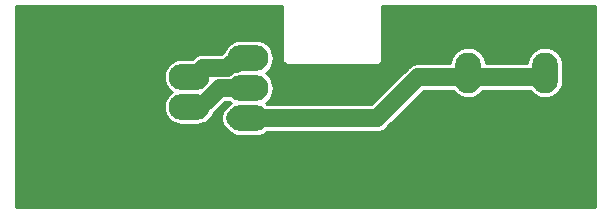
<source format=gbr>
%TF.GenerationSoftware,KiCad,Pcbnew,(5.1.6)-1*%
%TF.CreationDate,2024-07-21T17:41:17-05:00*%
%TF.ProjectId,ui_board,75695f62-6f61-4726-942e-6b696361645f,rev?*%
%TF.SameCoordinates,PX2d4cae0PY66ff300*%
%TF.FileFunction,Copper,L2,Bot*%
%TF.FilePolarity,Positive*%
%FSLAX46Y46*%
G04 Gerber Fmt 4.6, Leading zero omitted, Abs format (unit mm)*
G04 Created by KiCad (PCBNEW (5.1.6)-1) date 2024-07-21 17:41:17*
%MOMM*%
%LPD*%
G01*
G04 APERTURE LIST*
%TA.AperFunction,ComponentPad*%
%ADD10O,3.470000X2.200000*%
%TD*%
%TA.AperFunction,ComponentPad*%
%ADD11O,2.200000X3.470000*%
%TD*%
%TA.AperFunction,Conductor*%
%ADD12C,1.500000*%
%TD*%
%TA.AperFunction,Conductor*%
%ADD13C,0.250000*%
%TD*%
G04 APERTURE END LIST*
D10*
%TO.P,J1,1*%
%TO.N,GND*%
X20135000Y5500000D03*
%TO.P,J1,2*%
%TO.N,BUTTON*%
X20135000Y8040000D03*
%TO.P,J1,3*%
%TO.N,LED*%
X20135000Y10580000D03*
%TO.P,J1,4*%
%TO.N,+3V3*%
X20135000Y13120000D03*
%TD*%
%TO.P,J2,1*%
%TO.N,GND*%
X15135000Y6460000D03*
%TO.P,J2,2*%
%TO.N,LED*%
X15135000Y9000000D03*
%TO.P,J2,3*%
%TO.N,+3V3*%
X15135000Y11540000D03*
%TD*%
D11*
%TO.P,SW1,2*%
%TO.N,GND*%
X38750000Y6115000D03*
%TO.P,SW1,1*%
%TO.N,BUTTON*%
X38750000Y11885000D03*
%TO.P,SW1,2*%
%TO.N,GND*%
X45250000Y6115000D03*
%TO.P,SW1,1*%
%TO.N,BUTTON*%
X45250000Y11885000D03*
%TD*%
D12*
%TO.N,BUTTON*%
X19000000Y8040000D02*
X26040000Y8040000D01*
X26040000Y8040000D02*
X31040000Y8040000D01*
X31040000Y8040000D02*
X34500000Y11500000D01*
X34500000Y11500000D02*
X45500000Y11500000D01*
%TO.N,LED*%
X15500000Y9000000D02*
X14500000Y9000000D01*
X17709151Y10580000D02*
X16629151Y9500000D01*
X19500000Y10580000D02*
X17709151Y10580000D01*
%TO.N,+3V3*%
X19500000Y13120000D02*
X19500000Y13000000D01*
X19130010Y12630010D02*
X18650859Y12630010D01*
X19500000Y13000000D02*
X19130010Y12630010D01*
X18300859Y12280010D02*
X16280010Y12280010D01*
X18650859Y12630010D02*
X18300859Y12280010D01*
%TD*%
D13*
%TO.N,GND*%
G36*
X23025000Y13023332D02*
G01*
X23022702Y13000000D01*
X23031873Y12906884D01*
X23059034Y12817346D01*
X23084522Y12769661D01*
X23103141Y12734827D01*
X23162499Y12662499D01*
X23234827Y12603141D01*
X23317346Y12559034D01*
X23406884Y12531873D01*
X23500000Y12522702D01*
X23523332Y12525000D01*
X30976668Y12525000D01*
X31000000Y12522702D01*
X31023332Y12525000D01*
X31093116Y12531873D01*
X31182654Y12559034D01*
X31265173Y12603141D01*
X31337501Y12662499D01*
X31396859Y12734827D01*
X31440966Y12817346D01*
X31468127Y12906884D01*
X31477298Y13000000D01*
X31475000Y13023332D01*
X31475000Y17525000D01*
X49525001Y17525000D01*
X49525000Y475000D01*
X475000Y475000D01*
X475000Y11540000D01*
X12967622Y11540000D01*
X12997066Y11241048D01*
X13084267Y10953584D01*
X13225874Y10688656D01*
X13416445Y10456445D01*
X13643628Y10270000D01*
X13416445Y10083555D01*
X13225874Y9851344D01*
X13084267Y9586416D01*
X12997066Y9298952D01*
X12967622Y9000000D01*
X12997066Y8701048D01*
X13084267Y8413584D01*
X13225874Y8148656D01*
X13416445Y7916445D01*
X13648656Y7725874D01*
X13913584Y7584267D01*
X14201048Y7497066D01*
X14425089Y7475000D01*
X15844911Y7475000D01*
X16068952Y7497066D01*
X16356416Y7584267D01*
X16621344Y7725874D01*
X16853555Y7916445D01*
X17044126Y8148656D01*
X17185733Y8413584D01*
X17204414Y8475167D01*
X17285104Y8518297D01*
X17419187Y8628336D01*
X18195852Y9405000D01*
X18527871Y9405000D01*
X18643628Y9310000D01*
X18416445Y9123555D01*
X18309775Y8993578D01*
X18165130Y8874870D01*
X18018296Y8695953D01*
X17909189Y8491829D01*
X17842002Y8270340D01*
X17819315Y8040000D01*
X17842002Y7809660D01*
X17909189Y7588171D01*
X18018296Y7384047D01*
X18165130Y7205130D01*
X18309775Y7086422D01*
X18416445Y6956445D01*
X18648656Y6765874D01*
X18913584Y6624267D01*
X19201048Y6537066D01*
X19425089Y6515000D01*
X20844911Y6515000D01*
X21068952Y6537066D01*
X21356416Y6624267D01*
X21621344Y6765874D01*
X21742129Y6865000D01*
X30982288Y6865000D01*
X31040000Y6859316D01*
X31097712Y6865000D01*
X31097720Y6865000D01*
X31270340Y6882002D01*
X31491829Y6949189D01*
X31695953Y7058296D01*
X31874870Y7205130D01*
X31911666Y7249966D01*
X34986701Y10325000D01*
X37536323Y10325000D01*
X37666446Y10166445D01*
X37898657Y9975874D01*
X38163585Y9834267D01*
X38451049Y9747066D01*
X38750000Y9717622D01*
X39048952Y9747066D01*
X39336416Y9834267D01*
X39601344Y9975874D01*
X39833555Y10166445D01*
X39963678Y10325000D01*
X44036323Y10325000D01*
X44166446Y10166445D01*
X44398657Y9975874D01*
X44663585Y9834267D01*
X44951049Y9747066D01*
X45250000Y9717622D01*
X45548952Y9747066D01*
X45836416Y9834267D01*
X46101344Y9975874D01*
X46333555Y10166445D01*
X46524126Y10398656D01*
X46665733Y10663584D01*
X46752934Y10951048D01*
X46775000Y11175089D01*
X46775000Y12594911D01*
X46752934Y12818952D01*
X46665733Y13106416D01*
X46524126Y13371344D01*
X46333555Y13603555D01*
X46101343Y13794126D01*
X45836415Y13935733D01*
X45548951Y14022934D01*
X45250000Y14052378D01*
X44951048Y14022934D01*
X44663584Y13935733D01*
X44398656Y13794126D01*
X44166445Y13603555D01*
X43975874Y13371343D01*
X43834267Y13106415D01*
X43747066Y12818951D01*
X43732888Y12675000D01*
X40267112Y12675000D01*
X40252934Y12818952D01*
X40165733Y13106416D01*
X40024126Y13371344D01*
X39833555Y13603555D01*
X39601343Y13794126D01*
X39336415Y13935733D01*
X39048951Y14022934D01*
X38750000Y14052378D01*
X38451048Y14022934D01*
X38163584Y13935733D01*
X37898656Y13794126D01*
X37666445Y13603555D01*
X37475874Y13371343D01*
X37334267Y13106415D01*
X37247066Y12818951D01*
X37232888Y12675000D01*
X34557712Y12675000D01*
X34500000Y12680684D01*
X34442288Y12675000D01*
X34442280Y12675000D01*
X34289205Y12659923D01*
X34269659Y12657998D01*
X34156115Y12623555D01*
X34048171Y12590811D01*
X33844047Y12481704D01*
X33844045Y12481703D01*
X33844046Y12481703D01*
X33744089Y12399670D01*
X33665130Y12334870D01*
X33628338Y12290039D01*
X30553300Y9215000D01*
X21742129Y9215000D01*
X21626372Y9310000D01*
X21853555Y9496445D01*
X22044126Y9728656D01*
X22185733Y9993584D01*
X22272934Y10281048D01*
X22302378Y10580000D01*
X22272934Y10878952D01*
X22185733Y11166416D01*
X22044126Y11431344D01*
X21853555Y11663555D01*
X21626372Y11850000D01*
X21853555Y12036445D01*
X22044126Y12268656D01*
X22185733Y12533584D01*
X22272934Y12821048D01*
X22302378Y13120000D01*
X22272934Y13418952D01*
X22185733Y13706416D01*
X22044126Y13971344D01*
X21853555Y14203555D01*
X21621344Y14394126D01*
X21356416Y14535733D01*
X21068952Y14622934D01*
X20844911Y14645000D01*
X19425089Y14645000D01*
X19201048Y14622934D01*
X18913584Y14535733D01*
X18648656Y14394126D01*
X18416445Y14203555D01*
X18225874Y13971344D01*
X18084267Y13706416D01*
X18067273Y13650395D01*
X17994906Y13611714D01*
X17815989Y13464880D01*
X17807889Y13455010D01*
X16222290Y13455010D01*
X16049670Y13438008D01*
X15828181Y13370821D01*
X15624057Y13261714D01*
X15445140Y13114880D01*
X15404204Y13065000D01*
X14425089Y13065000D01*
X14201048Y13042934D01*
X13913584Y12955733D01*
X13648656Y12814126D01*
X13416445Y12623555D01*
X13225874Y12391344D01*
X13084267Y12126416D01*
X12997066Y11838952D01*
X12967622Y11540000D01*
X475000Y11540000D01*
X475000Y17525000D01*
X23025001Y17525000D01*
X23025000Y13023332D01*
G37*
X23025000Y13023332D02*
X23022702Y13000000D01*
X23031873Y12906884D01*
X23059034Y12817346D01*
X23084522Y12769661D01*
X23103141Y12734827D01*
X23162499Y12662499D01*
X23234827Y12603141D01*
X23317346Y12559034D01*
X23406884Y12531873D01*
X23500000Y12522702D01*
X23523332Y12525000D01*
X30976668Y12525000D01*
X31000000Y12522702D01*
X31023332Y12525000D01*
X31093116Y12531873D01*
X31182654Y12559034D01*
X31265173Y12603141D01*
X31337501Y12662499D01*
X31396859Y12734827D01*
X31440966Y12817346D01*
X31468127Y12906884D01*
X31477298Y13000000D01*
X31475000Y13023332D01*
X31475000Y17525000D01*
X49525001Y17525000D01*
X49525000Y475000D01*
X475000Y475000D01*
X475000Y11540000D01*
X12967622Y11540000D01*
X12997066Y11241048D01*
X13084267Y10953584D01*
X13225874Y10688656D01*
X13416445Y10456445D01*
X13643628Y10270000D01*
X13416445Y10083555D01*
X13225874Y9851344D01*
X13084267Y9586416D01*
X12997066Y9298952D01*
X12967622Y9000000D01*
X12997066Y8701048D01*
X13084267Y8413584D01*
X13225874Y8148656D01*
X13416445Y7916445D01*
X13648656Y7725874D01*
X13913584Y7584267D01*
X14201048Y7497066D01*
X14425089Y7475000D01*
X15844911Y7475000D01*
X16068952Y7497066D01*
X16356416Y7584267D01*
X16621344Y7725874D01*
X16853555Y7916445D01*
X17044126Y8148656D01*
X17185733Y8413584D01*
X17204414Y8475167D01*
X17285104Y8518297D01*
X17419187Y8628336D01*
X18195852Y9405000D01*
X18527871Y9405000D01*
X18643628Y9310000D01*
X18416445Y9123555D01*
X18309775Y8993578D01*
X18165130Y8874870D01*
X18018296Y8695953D01*
X17909189Y8491829D01*
X17842002Y8270340D01*
X17819315Y8040000D01*
X17842002Y7809660D01*
X17909189Y7588171D01*
X18018296Y7384047D01*
X18165130Y7205130D01*
X18309775Y7086422D01*
X18416445Y6956445D01*
X18648656Y6765874D01*
X18913584Y6624267D01*
X19201048Y6537066D01*
X19425089Y6515000D01*
X20844911Y6515000D01*
X21068952Y6537066D01*
X21356416Y6624267D01*
X21621344Y6765874D01*
X21742129Y6865000D01*
X30982288Y6865000D01*
X31040000Y6859316D01*
X31097712Y6865000D01*
X31097720Y6865000D01*
X31270340Y6882002D01*
X31491829Y6949189D01*
X31695953Y7058296D01*
X31874870Y7205130D01*
X31911666Y7249966D01*
X34986701Y10325000D01*
X37536323Y10325000D01*
X37666446Y10166445D01*
X37898657Y9975874D01*
X38163585Y9834267D01*
X38451049Y9747066D01*
X38750000Y9717622D01*
X39048952Y9747066D01*
X39336416Y9834267D01*
X39601344Y9975874D01*
X39833555Y10166445D01*
X39963678Y10325000D01*
X44036323Y10325000D01*
X44166446Y10166445D01*
X44398657Y9975874D01*
X44663585Y9834267D01*
X44951049Y9747066D01*
X45250000Y9717622D01*
X45548952Y9747066D01*
X45836416Y9834267D01*
X46101344Y9975874D01*
X46333555Y10166445D01*
X46524126Y10398656D01*
X46665733Y10663584D01*
X46752934Y10951048D01*
X46775000Y11175089D01*
X46775000Y12594911D01*
X46752934Y12818952D01*
X46665733Y13106416D01*
X46524126Y13371344D01*
X46333555Y13603555D01*
X46101343Y13794126D01*
X45836415Y13935733D01*
X45548951Y14022934D01*
X45250000Y14052378D01*
X44951048Y14022934D01*
X44663584Y13935733D01*
X44398656Y13794126D01*
X44166445Y13603555D01*
X43975874Y13371343D01*
X43834267Y13106415D01*
X43747066Y12818951D01*
X43732888Y12675000D01*
X40267112Y12675000D01*
X40252934Y12818952D01*
X40165733Y13106416D01*
X40024126Y13371344D01*
X39833555Y13603555D01*
X39601343Y13794126D01*
X39336415Y13935733D01*
X39048951Y14022934D01*
X38750000Y14052378D01*
X38451048Y14022934D01*
X38163584Y13935733D01*
X37898656Y13794126D01*
X37666445Y13603555D01*
X37475874Y13371343D01*
X37334267Y13106415D01*
X37247066Y12818951D01*
X37232888Y12675000D01*
X34557712Y12675000D01*
X34500000Y12680684D01*
X34442288Y12675000D01*
X34442280Y12675000D01*
X34289205Y12659923D01*
X34269659Y12657998D01*
X34156115Y12623555D01*
X34048171Y12590811D01*
X33844047Y12481704D01*
X33844045Y12481703D01*
X33844046Y12481703D01*
X33744089Y12399670D01*
X33665130Y12334870D01*
X33628338Y12290039D01*
X30553300Y9215000D01*
X21742129Y9215000D01*
X21626372Y9310000D01*
X21853555Y9496445D01*
X22044126Y9728656D01*
X22185733Y9993584D01*
X22272934Y10281048D01*
X22302378Y10580000D01*
X22272934Y10878952D01*
X22185733Y11166416D01*
X22044126Y11431344D01*
X21853555Y11663555D01*
X21626372Y11850000D01*
X21853555Y12036445D01*
X22044126Y12268656D01*
X22185733Y12533584D01*
X22272934Y12821048D01*
X22302378Y13120000D01*
X22272934Y13418952D01*
X22185733Y13706416D01*
X22044126Y13971344D01*
X21853555Y14203555D01*
X21621344Y14394126D01*
X21356416Y14535733D01*
X21068952Y14622934D01*
X20844911Y14645000D01*
X19425089Y14645000D01*
X19201048Y14622934D01*
X18913584Y14535733D01*
X18648656Y14394126D01*
X18416445Y14203555D01*
X18225874Y13971344D01*
X18084267Y13706416D01*
X18067273Y13650395D01*
X17994906Y13611714D01*
X17815989Y13464880D01*
X17807889Y13455010D01*
X16222290Y13455010D01*
X16049670Y13438008D01*
X15828181Y13370821D01*
X15624057Y13261714D01*
X15445140Y13114880D01*
X15404204Y13065000D01*
X14425089Y13065000D01*
X14201048Y13042934D01*
X13913584Y12955733D01*
X13648656Y12814126D01*
X13416445Y12623555D01*
X13225874Y12391344D01*
X13084267Y12126416D01*
X12997066Y11838952D01*
X12967622Y11540000D01*
X475000Y11540000D01*
X475000Y17525000D01*
X23025001Y17525000D01*
X23025000Y13023332D01*
%TD*%
M02*

</source>
